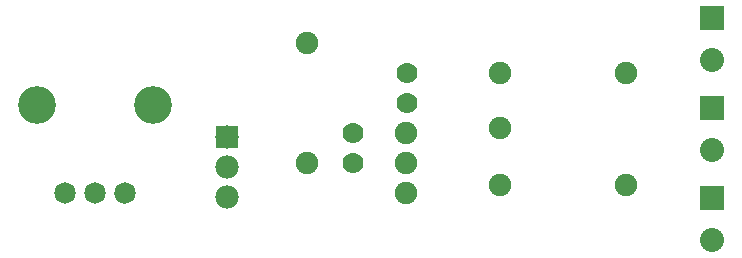
<source format=gbl>
G04 MADE WITH FRITZING*
G04 WWW.FRITZING.ORG*
G04 DOUBLE SIDED*
G04 HOLES PLATED*
G04 CONTOUR ON CENTER OF CONTOUR VECTOR*
%ASAXBY*%
%FSLAX23Y23*%
%MOIN*%
%OFA0B0*%
%SFA1.0B1.0*%
%ADD10C,0.075118*%
%ADD11C,0.074803*%
%ADD12C,0.075000*%
%ADD13C,0.080000*%
%ADD14C,0.070000*%
%ADD15C,0.071889*%
%ADD16C,0.071917*%
%ADD17C,0.124033*%
%ADD18C,0.078000*%
%ADD19C,0.125984*%
%ADD20R,0.080000X0.080000*%
%ADD21R,0.078000X0.078000*%
%LNCOPPER0*%
G90*
G70*
G54D10*
X2221Y785D03*
X1800Y785D03*
X1800Y411D03*
X2221Y411D03*
G54D11*
X1800Y603D03*
G54D12*
X1158Y885D03*
X1158Y485D03*
G54D13*
X2508Y367D03*
X2508Y229D03*
G54D12*
X1489Y586D03*
X1489Y486D03*
X1489Y386D03*
G54D14*
X1310Y486D03*
X1310Y586D03*
X1490Y685D03*
X1490Y786D03*
G54D15*
X351Y384D03*
X451Y384D03*
G54D16*
X551Y384D03*
G54D17*
X257Y679D03*
X645Y679D03*
G54D18*
X890Y571D03*
X890Y471D03*
X890Y371D03*
G54D13*
X2508Y968D03*
X2508Y830D03*
X2508Y667D03*
X2508Y529D03*
G54D19*
X256Y679D03*
X645Y679D03*
G54D20*
X2508Y367D03*
G54D21*
X890Y571D03*
G54D20*
X2508Y968D03*
X2508Y667D03*
G04 End of Copper0*
M02*
</source>
